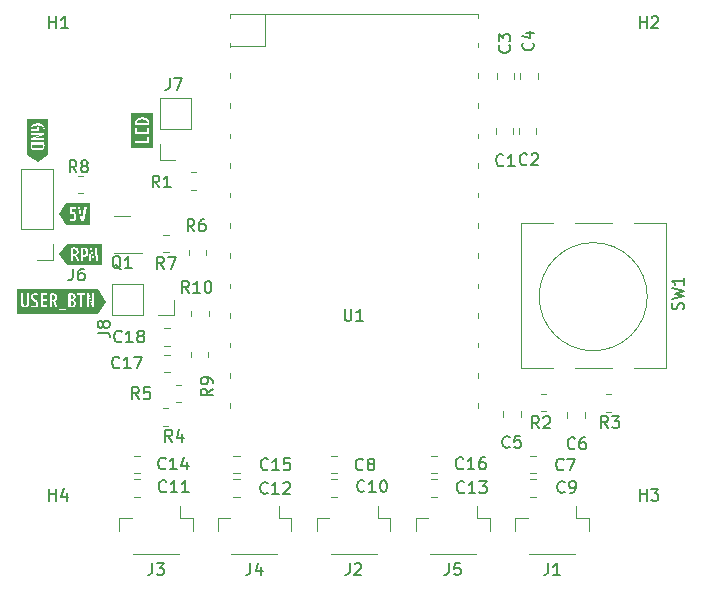
<source format=gbr>
%TF.GenerationSoftware,KiCad,Pcbnew,(6.0.9)*%
%TF.CreationDate,2022-11-23T22:08:25-07:00*%
%TF.ProjectId,AQM,41514d2e-6b69-4636-9164-5f7063625858,rev?*%
%TF.SameCoordinates,Original*%
%TF.FileFunction,Legend,Top*%
%TF.FilePolarity,Positive*%
%FSLAX46Y46*%
G04 Gerber Fmt 4.6, Leading zero omitted, Abs format (unit mm)*
G04 Created by KiCad (PCBNEW (6.0.9)) date 2022-11-23 22:08:25*
%MOMM*%
%LPD*%
G01*
G04 APERTURE LIST*
%ADD10C,0.150000*%
%ADD11C,0.120000*%
G04 APERTURE END LIST*
D10*
%TO.C,C17*%
X123832142Y-117582142D02*
X123784523Y-117629761D01*
X123641666Y-117677380D01*
X123546428Y-117677380D01*
X123403571Y-117629761D01*
X123308333Y-117534523D01*
X123260714Y-117439285D01*
X123213095Y-117248809D01*
X123213095Y-117105952D01*
X123260714Y-116915476D01*
X123308333Y-116820238D01*
X123403571Y-116725000D01*
X123546428Y-116677380D01*
X123641666Y-116677380D01*
X123784523Y-116725000D01*
X123832142Y-116772619D01*
X124784523Y-117677380D02*
X124213095Y-117677380D01*
X124498809Y-117677380D02*
X124498809Y-116677380D01*
X124403571Y-116820238D01*
X124308333Y-116915476D01*
X124213095Y-116963095D01*
X125117857Y-116677380D02*
X125784523Y-116677380D01*
X125355952Y-117677380D01*
%TO.C,C7*%
X161446933Y-126219742D02*
X161399314Y-126267361D01*
X161256457Y-126314980D01*
X161161219Y-126314980D01*
X161018361Y-126267361D01*
X160923123Y-126172123D01*
X160875504Y-126076885D01*
X160827885Y-125886409D01*
X160827885Y-125743552D01*
X160875504Y-125553076D01*
X160923123Y-125457838D01*
X161018361Y-125362600D01*
X161161219Y-125314980D01*
X161256457Y-125314980D01*
X161399314Y-125362600D01*
X161446933Y-125410219D01*
X161780266Y-125314980D02*
X162446933Y-125314980D01*
X162018361Y-126314980D01*
%TO.C,H3*%
X167913095Y-128877380D02*
X167913095Y-127877380D01*
X167913095Y-128353571D02*
X168484523Y-128353571D01*
X168484523Y-128877380D02*
X168484523Y-127877380D01*
X168865476Y-127877380D02*
X169484523Y-127877380D01*
X169151190Y-128258333D01*
X169294047Y-128258333D01*
X169389285Y-128305952D01*
X169436904Y-128353571D01*
X169484523Y-128448809D01*
X169484523Y-128686904D01*
X169436904Y-128782142D01*
X169389285Y-128829761D01*
X169294047Y-128877380D01*
X169008333Y-128877380D01*
X168913095Y-128829761D01*
X168865476Y-128782142D01*
%TO.C,C1*%
X156358333Y-100457142D02*
X156310714Y-100504761D01*
X156167857Y-100552380D01*
X156072619Y-100552380D01*
X155929761Y-100504761D01*
X155834523Y-100409523D01*
X155786904Y-100314285D01*
X155739285Y-100123809D01*
X155739285Y-99980952D01*
X155786904Y-99790476D01*
X155834523Y-99695238D01*
X155929761Y-99600000D01*
X156072619Y-99552380D01*
X156167857Y-99552380D01*
X156310714Y-99600000D01*
X156358333Y-99647619D01*
X157310714Y-100552380D02*
X156739285Y-100552380D01*
X157025000Y-100552380D02*
X157025000Y-99552380D01*
X156929761Y-99695238D01*
X156834523Y-99790476D01*
X156739285Y-99838095D01*
%TO.C,J1*%
X160141666Y-134177380D02*
X160141666Y-134891666D01*
X160094047Y-135034523D01*
X159998809Y-135129761D01*
X159855952Y-135177380D01*
X159760714Y-135177380D01*
X161141666Y-135177380D02*
X160570238Y-135177380D01*
X160855952Y-135177380D02*
X160855952Y-134177380D01*
X160760714Y-134320238D01*
X160665476Y-134415476D01*
X160570238Y-134463095D01*
%TO.C,J5*%
X151741666Y-134177380D02*
X151741666Y-134891666D01*
X151694047Y-135034523D01*
X151598809Y-135129761D01*
X151455952Y-135177380D01*
X151360714Y-135177380D01*
X152694047Y-134177380D02*
X152217857Y-134177380D01*
X152170238Y-134653571D01*
X152217857Y-134605952D01*
X152313095Y-134558333D01*
X152551190Y-134558333D01*
X152646428Y-134605952D01*
X152694047Y-134653571D01*
X152741666Y-134748809D01*
X152741666Y-134986904D01*
X152694047Y-135082142D01*
X152646428Y-135129761D01*
X152551190Y-135177380D01*
X152313095Y-135177380D01*
X152217857Y-135129761D01*
X152170238Y-135082142D01*
%TO.C,C10*%
X144595342Y-128050942D02*
X144547723Y-128098561D01*
X144404866Y-128146180D01*
X144309628Y-128146180D01*
X144166771Y-128098561D01*
X144071533Y-128003323D01*
X144023914Y-127908085D01*
X143976295Y-127717609D01*
X143976295Y-127574752D01*
X144023914Y-127384276D01*
X144071533Y-127289038D01*
X144166771Y-127193800D01*
X144309628Y-127146180D01*
X144404866Y-127146180D01*
X144547723Y-127193800D01*
X144595342Y-127241419D01*
X145547723Y-128146180D02*
X144976295Y-128146180D01*
X145262009Y-128146180D02*
X145262009Y-127146180D01*
X145166771Y-127289038D01*
X145071533Y-127384276D01*
X144976295Y-127431895D01*
X146166771Y-127146180D02*
X146262009Y-127146180D01*
X146357247Y-127193800D01*
X146404866Y-127241419D01*
X146452485Y-127336657D01*
X146500104Y-127527133D01*
X146500104Y-127765228D01*
X146452485Y-127955704D01*
X146404866Y-128050942D01*
X146357247Y-128098561D01*
X146262009Y-128146180D01*
X146166771Y-128146180D01*
X146071533Y-128098561D01*
X146023914Y-128050942D01*
X145976295Y-127955704D01*
X145928676Y-127765228D01*
X145928676Y-127527133D01*
X145976295Y-127336657D01*
X146023914Y-127241419D01*
X146071533Y-127193800D01*
X146166771Y-127146180D01*
%TO.C,R4*%
X128308733Y-123877380D02*
X127975400Y-123401190D01*
X127737304Y-123877380D02*
X127737304Y-122877380D01*
X128118257Y-122877380D01*
X128213495Y-122925000D01*
X128261114Y-122972619D01*
X128308733Y-123067857D01*
X128308733Y-123210714D01*
X128261114Y-123305952D01*
X128213495Y-123353571D01*
X128118257Y-123401190D01*
X127737304Y-123401190D01*
X129165876Y-123210714D02*
X129165876Y-123877380D01*
X128927780Y-122829761D02*
X128689685Y-123544047D01*
X129308733Y-123544047D01*
%TO.C,H4*%
X117913095Y-128877380D02*
X117913095Y-127877380D01*
X117913095Y-128353571D02*
X118484523Y-128353571D01*
X118484523Y-128877380D02*
X118484523Y-127877380D01*
X119389285Y-128210714D02*
X119389285Y-128877380D01*
X119151190Y-127829761D02*
X118913095Y-128544047D01*
X119532142Y-128544047D01*
%TO.C,J2*%
X143341666Y-134177380D02*
X143341666Y-134891666D01*
X143294047Y-135034523D01*
X143198809Y-135129761D01*
X143055952Y-135177380D01*
X142960714Y-135177380D01*
X143770238Y-134272619D02*
X143817857Y-134225000D01*
X143913095Y-134177380D01*
X144151190Y-134177380D01*
X144246428Y-134225000D01*
X144294047Y-134272619D01*
X144341666Y-134367857D01*
X144341666Y-134463095D01*
X144294047Y-134605952D01*
X143722619Y-135177380D01*
X144341666Y-135177380D01*
%TO.C,C6*%
X162408333Y-124432142D02*
X162360714Y-124479761D01*
X162217857Y-124527380D01*
X162122619Y-124527380D01*
X161979761Y-124479761D01*
X161884523Y-124384523D01*
X161836904Y-124289285D01*
X161789285Y-124098809D01*
X161789285Y-123955952D01*
X161836904Y-123765476D01*
X161884523Y-123670238D01*
X161979761Y-123575000D01*
X162122619Y-123527380D01*
X162217857Y-123527380D01*
X162360714Y-123575000D01*
X162408333Y-123622619D01*
X163265476Y-123527380D02*
X163075000Y-123527380D01*
X162979761Y-123575000D01*
X162932142Y-123622619D01*
X162836904Y-123765476D01*
X162789285Y-123955952D01*
X162789285Y-124336904D01*
X162836904Y-124432142D01*
X162884523Y-124479761D01*
X162979761Y-124527380D01*
X163170238Y-124527380D01*
X163265476Y-124479761D01*
X163313095Y-124432142D01*
X163360714Y-124336904D01*
X163360714Y-124098809D01*
X163313095Y-124003571D01*
X163265476Y-123955952D01*
X163170238Y-123908333D01*
X162979761Y-123908333D01*
X162884523Y-123955952D01*
X162836904Y-124003571D01*
X162789285Y-124098809D01*
%TO.C,C11*%
X127807942Y-128075942D02*
X127760323Y-128123561D01*
X127617466Y-128171180D01*
X127522228Y-128171180D01*
X127379371Y-128123561D01*
X127284133Y-128028323D01*
X127236514Y-127933085D01*
X127188895Y-127742609D01*
X127188895Y-127599752D01*
X127236514Y-127409276D01*
X127284133Y-127314038D01*
X127379371Y-127218800D01*
X127522228Y-127171180D01*
X127617466Y-127171180D01*
X127760323Y-127218800D01*
X127807942Y-127266419D01*
X128760323Y-128171180D02*
X128188895Y-128171180D01*
X128474609Y-128171180D02*
X128474609Y-127171180D01*
X128379371Y-127314038D01*
X128284133Y-127409276D01*
X128188895Y-127456895D01*
X129712704Y-128171180D02*
X129141276Y-128171180D01*
X129426990Y-128171180D02*
X129426990Y-127171180D01*
X129331752Y-127314038D01*
X129236514Y-127409276D01*
X129141276Y-127456895D01*
%TO.C,C18*%
X124032142Y-115382142D02*
X123984523Y-115429761D01*
X123841666Y-115477380D01*
X123746428Y-115477380D01*
X123603571Y-115429761D01*
X123508333Y-115334523D01*
X123460714Y-115239285D01*
X123413095Y-115048809D01*
X123413095Y-114905952D01*
X123460714Y-114715476D01*
X123508333Y-114620238D01*
X123603571Y-114525000D01*
X123746428Y-114477380D01*
X123841666Y-114477380D01*
X123984523Y-114525000D01*
X124032142Y-114572619D01*
X124984523Y-115477380D02*
X124413095Y-115477380D01*
X124698809Y-115477380D02*
X124698809Y-114477380D01*
X124603571Y-114620238D01*
X124508333Y-114715476D01*
X124413095Y-114763095D01*
X125555952Y-114905952D02*
X125460714Y-114858333D01*
X125413095Y-114810714D01*
X125365476Y-114715476D01*
X125365476Y-114667857D01*
X125413095Y-114572619D01*
X125460714Y-114525000D01*
X125555952Y-114477380D01*
X125746428Y-114477380D01*
X125841666Y-114525000D01*
X125889285Y-114572619D01*
X125936904Y-114667857D01*
X125936904Y-114715476D01*
X125889285Y-114810714D01*
X125841666Y-114858333D01*
X125746428Y-114905952D01*
X125555952Y-114905952D01*
X125460714Y-114953571D01*
X125413095Y-115001190D01*
X125365476Y-115096428D01*
X125365476Y-115286904D01*
X125413095Y-115382142D01*
X125460714Y-115429761D01*
X125555952Y-115477380D01*
X125746428Y-115477380D01*
X125841666Y-115429761D01*
X125889285Y-115382142D01*
X125936904Y-115286904D01*
X125936904Y-115096428D01*
X125889285Y-115001190D01*
X125841666Y-114953571D01*
X125746428Y-114905952D01*
%TO.C,J3*%
X126616666Y-134177380D02*
X126616666Y-134891666D01*
X126569047Y-135034523D01*
X126473809Y-135129761D01*
X126330952Y-135177380D01*
X126235714Y-135177380D01*
X126997619Y-134177380D02*
X127616666Y-134177380D01*
X127283333Y-134558333D01*
X127426190Y-134558333D01*
X127521428Y-134605952D01*
X127569047Y-134653571D01*
X127616666Y-134748809D01*
X127616666Y-134986904D01*
X127569047Y-135082142D01*
X127521428Y-135129761D01*
X127426190Y-135177380D01*
X127140476Y-135177380D01*
X127045238Y-135129761D01*
X126997619Y-135082142D01*
%TO.C,U1*%
X142913095Y-112661780D02*
X142913095Y-113471304D01*
X142960714Y-113566542D01*
X143008333Y-113614161D01*
X143103571Y-113661780D01*
X143294047Y-113661780D01*
X143389285Y-113614161D01*
X143436904Y-113566542D01*
X143484523Y-113471304D01*
X143484523Y-112661780D01*
X144484523Y-113661780D02*
X143913095Y-113661780D01*
X144198809Y-113661780D02*
X144198809Y-112661780D01*
X144103571Y-112804638D01*
X144008333Y-112899876D01*
X143913095Y-112947495D01*
%TO.C,R6*%
X130188333Y-106067380D02*
X129855000Y-105591190D01*
X129616904Y-106067380D02*
X129616904Y-105067380D01*
X129997857Y-105067380D01*
X130093095Y-105115000D01*
X130140714Y-105162619D01*
X130188333Y-105257857D01*
X130188333Y-105400714D01*
X130140714Y-105495952D01*
X130093095Y-105543571D01*
X129997857Y-105591190D01*
X129616904Y-105591190D01*
X131045476Y-105067380D02*
X130855000Y-105067380D01*
X130759761Y-105115000D01*
X130712142Y-105162619D01*
X130616904Y-105305476D01*
X130569285Y-105495952D01*
X130569285Y-105876904D01*
X130616904Y-105972142D01*
X130664523Y-106019761D01*
X130759761Y-106067380D01*
X130950238Y-106067380D01*
X131045476Y-106019761D01*
X131093095Y-105972142D01*
X131140714Y-105876904D01*
X131140714Y-105638809D01*
X131093095Y-105543571D01*
X131045476Y-105495952D01*
X130950238Y-105448333D01*
X130759761Y-105448333D01*
X130664523Y-105495952D01*
X130616904Y-105543571D01*
X130569285Y-105638809D01*
%TO.C,R2*%
X159358333Y-122752380D02*
X159025000Y-122276190D01*
X158786904Y-122752380D02*
X158786904Y-121752380D01*
X159167857Y-121752380D01*
X159263095Y-121800000D01*
X159310714Y-121847619D01*
X159358333Y-121942857D01*
X159358333Y-122085714D01*
X159310714Y-122180952D01*
X159263095Y-122228571D01*
X159167857Y-122276190D01*
X158786904Y-122276190D01*
X159739285Y-121847619D02*
X159786904Y-121800000D01*
X159882142Y-121752380D01*
X160120238Y-121752380D01*
X160215476Y-121800000D01*
X160263095Y-121847619D01*
X160310714Y-121942857D01*
X160310714Y-122038095D01*
X160263095Y-122180952D01*
X159691666Y-122752380D01*
X160310714Y-122752380D01*
%TO.C,C14*%
X127757942Y-126144742D02*
X127710323Y-126192361D01*
X127567466Y-126239980D01*
X127472228Y-126239980D01*
X127329371Y-126192361D01*
X127234133Y-126097123D01*
X127186514Y-126001885D01*
X127138895Y-125811409D01*
X127138895Y-125668552D01*
X127186514Y-125478076D01*
X127234133Y-125382838D01*
X127329371Y-125287600D01*
X127472228Y-125239980D01*
X127567466Y-125239980D01*
X127710323Y-125287600D01*
X127757942Y-125335219D01*
X128710323Y-126239980D02*
X128138895Y-126239980D01*
X128424609Y-126239980D02*
X128424609Y-125239980D01*
X128329371Y-125382838D01*
X128234133Y-125478076D01*
X128138895Y-125525695D01*
X129567466Y-125573314D02*
X129567466Y-126239980D01*
X129329371Y-125192361D02*
X129091276Y-125906647D01*
X129710323Y-125906647D01*
%TO.C,C2*%
X158358333Y-100382142D02*
X158310714Y-100429761D01*
X158167857Y-100477380D01*
X158072619Y-100477380D01*
X157929761Y-100429761D01*
X157834523Y-100334523D01*
X157786904Y-100239285D01*
X157739285Y-100048809D01*
X157739285Y-99905952D01*
X157786904Y-99715476D01*
X157834523Y-99620238D01*
X157929761Y-99525000D01*
X158072619Y-99477380D01*
X158167857Y-99477380D01*
X158310714Y-99525000D01*
X158358333Y-99572619D01*
X158739285Y-99572619D02*
X158786904Y-99525000D01*
X158882142Y-99477380D01*
X159120238Y-99477380D01*
X159215476Y-99525000D01*
X159263095Y-99572619D01*
X159310714Y-99667857D01*
X159310714Y-99763095D01*
X159263095Y-99905952D01*
X158691666Y-100477380D01*
X159310714Y-100477380D01*
%TO.C,J7*%
X128116666Y-93108580D02*
X128116666Y-93822866D01*
X128069047Y-93965723D01*
X127973809Y-94060961D01*
X127830952Y-94108580D01*
X127735714Y-94108580D01*
X128497619Y-93108580D02*
X129164285Y-93108580D01*
X128735714Y-94108580D01*
%TO.C,H1*%
X117913095Y-88877380D02*
X117913095Y-87877380D01*
X117913095Y-88353571D02*
X118484523Y-88353571D01*
X118484523Y-88877380D02*
X118484523Y-87877380D01*
X119484523Y-88877380D02*
X118913095Y-88877380D01*
X119198809Y-88877380D02*
X119198809Y-87877380D01*
X119103571Y-88020238D01*
X119008333Y-88115476D01*
X118913095Y-88163095D01*
%TO.C,C12*%
X136390742Y-128200942D02*
X136343123Y-128248561D01*
X136200266Y-128296180D01*
X136105028Y-128296180D01*
X135962171Y-128248561D01*
X135866933Y-128153323D01*
X135819314Y-128058085D01*
X135771695Y-127867609D01*
X135771695Y-127724752D01*
X135819314Y-127534276D01*
X135866933Y-127439038D01*
X135962171Y-127343800D01*
X136105028Y-127296180D01*
X136200266Y-127296180D01*
X136343123Y-127343800D01*
X136390742Y-127391419D01*
X137343123Y-128296180D02*
X136771695Y-128296180D01*
X137057409Y-128296180D02*
X137057409Y-127296180D01*
X136962171Y-127439038D01*
X136866933Y-127534276D01*
X136771695Y-127581895D01*
X137724076Y-127391419D02*
X137771695Y-127343800D01*
X137866933Y-127296180D01*
X138105028Y-127296180D01*
X138200266Y-127343800D01*
X138247885Y-127391419D01*
X138295504Y-127486657D01*
X138295504Y-127581895D01*
X138247885Y-127724752D01*
X137676457Y-128296180D01*
X138295504Y-128296180D01*
%TO.C,J4*%
X134941666Y-134177380D02*
X134941666Y-134891666D01*
X134894047Y-135034523D01*
X134798809Y-135129761D01*
X134655952Y-135177380D01*
X134560714Y-135177380D01*
X135846428Y-134510714D02*
X135846428Y-135177380D01*
X135608333Y-134129761D02*
X135370238Y-134844047D01*
X135989285Y-134844047D01*
%TO.C,R10*%
X129732142Y-111277380D02*
X129398809Y-110801190D01*
X129160714Y-111277380D02*
X129160714Y-110277380D01*
X129541666Y-110277380D01*
X129636904Y-110325000D01*
X129684523Y-110372619D01*
X129732142Y-110467857D01*
X129732142Y-110610714D01*
X129684523Y-110705952D01*
X129636904Y-110753571D01*
X129541666Y-110801190D01*
X129160714Y-110801190D01*
X130684523Y-111277380D02*
X130113095Y-111277380D01*
X130398809Y-111277380D02*
X130398809Y-110277380D01*
X130303571Y-110420238D01*
X130208333Y-110515476D01*
X130113095Y-110563095D01*
X131303571Y-110277380D02*
X131398809Y-110277380D01*
X131494047Y-110325000D01*
X131541666Y-110372619D01*
X131589285Y-110467857D01*
X131636904Y-110658333D01*
X131636904Y-110896428D01*
X131589285Y-111086904D01*
X131541666Y-111182142D01*
X131494047Y-111229761D01*
X131398809Y-111277380D01*
X131303571Y-111277380D01*
X131208333Y-111229761D01*
X131160714Y-111182142D01*
X131113095Y-111086904D01*
X131065476Y-110896428D01*
X131065476Y-110658333D01*
X131113095Y-110467857D01*
X131160714Y-110372619D01*
X131208333Y-110325000D01*
X131303571Y-110277380D01*
%TO.C,C5*%
X156883333Y-124307142D02*
X156835714Y-124354761D01*
X156692857Y-124402380D01*
X156597619Y-124402380D01*
X156454761Y-124354761D01*
X156359523Y-124259523D01*
X156311904Y-124164285D01*
X156264285Y-123973809D01*
X156264285Y-123830952D01*
X156311904Y-123640476D01*
X156359523Y-123545238D01*
X156454761Y-123450000D01*
X156597619Y-123402380D01*
X156692857Y-123402380D01*
X156835714Y-123450000D01*
X156883333Y-123497619D01*
X157788095Y-123402380D02*
X157311904Y-123402380D01*
X157264285Y-123878571D01*
X157311904Y-123830952D01*
X157407142Y-123783333D01*
X157645238Y-123783333D01*
X157740476Y-123830952D01*
X157788095Y-123878571D01*
X157835714Y-123973809D01*
X157835714Y-124211904D01*
X157788095Y-124307142D01*
X157740476Y-124354761D01*
X157645238Y-124402380D01*
X157407142Y-124402380D01*
X157311904Y-124354761D01*
X157264285Y-124307142D01*
%TO.C,H2*%
X167913095Y-88877380D02*
X167913095Y-87877380D01*
X167913095Y-88353571D02*
X168484523Y-88353571D01*
X168484523Y-88877380D02*
X168484523Y-87877380D01*
X168913095Y-87972619D02*
X168960714Y-87925000D01*
X169055952Y-87877380D01*
X169294047Y-87877380D01*
X169389285Y-87925000D01*
X169436904Y-87972619D01*
X169484523Y-88067857D01*
X169484523Y-88163095D01*
X169436904Y-88305952D01*
X168865476Y-88877380D01*
X169484523Y-88877380D01*
%TO.C,R9*%
X131727380Y-119391666D02*
X131251190Y-119725000D01*
X131727380Y-119963095D02*
X130727380Y-119963095D01*
X130727380Y-119582142D01*
X130775000Y-119486904D01*
X130822619Y-119439285D01*
X130917857Y-119391666D01*
X131060714Y-119391666D01*
X131155952Y-119439285D01*
X131203571Y-119486904D01*
X131251190Y-119582142D01*
X131251190Y-119963095D01*
X131727380Y-118915476D02*
X131727380Y-118725000D01*
X131679761Y-118629761D01*
X131632142Y-118582142D01*
X131489285Y-118486904D01*
X131298809Y-118439285D01*
X130917857Y-118439285D01*
X130822619Y-118486904D01*
X130775000Y-118534523D01*
X130727380Y-118629761D01*
X130727380Y-118820238D01*
X130775000Y-118915476D01*
X130822619Y-118963095D01*
X130917857Y-119010714D01*
X131155952Y-119010714D01*
X131251190Y-118963095D01*
X131298809Y-118915476D01*
X131346428Y-118820238D01*
X131346428Y-118629761D01*
X131298809Y-118534523D01*
X131251190Y-118486904D01*
X131155952Y-118439285D01*
%TO.C,C8*%
X144471533Y-126219742D02*
X144423914Y-126267361D01*
X144281057Y-126314980D01*
X144185819Y-126314980D01*
X144042961Y-126267361D01*
X143947723Y-126172123D01*
X143900104Y-126076885D01*
X143852485Y-125886409D01*
X143852485Y-125743552D01*
X143900104Y-125553076D01*
X143947723Y-125457838D01*
X144042961Y-125362600D01*
X144185819Y-125314980D01*
X144281057Y-125314980D01*
X144423914Y-125362600D01*
X144471533Y-125410219D01*
X145042961Y-125743552D02*
X144947723Y-125695933D01*
X144900104Y-125648314D01*
X144852485Y-125553076D01*
X144852485Y-125505457D01*
X144900104Y-125410219D01*
X144947723Y-125362600D01*
X145042961Y-125314980D01*
X145233438Y-125314980D01*
X145328676Y-125362600D01*
X145376295Y-125410219D01*
X145423914Y-125505457D01*
X145423914Y-125553076D01*
X145376295Y-125648314D01*
X145328676Y-125695933D01*
X145233438Y-125743552D01*
X145042961Y-125743552D01*
X144947723Y-125791171D01*
X144900104Y-125838790D01*
X144852485Y-125934028D01*
X144852485Y-126124504D01*
X144900104Y-126219742D01*
X144947723Y-126267361D01*
X145042961Y-126314980D01*
X145233438Y-126314980D01*
X145328676Y-126267361D01*
X145376295Y-126219742D01*
X145423914Y-126124504D01*
X145423914Y-125934028D01*
X145376295Y-125838790D01*
X145328676Y-125791171D01*
X145233438Y-125743552D01*
%TO.C,C9*%
X161537133Y-128125942D02*
X161489514Y-128173561D01*
X161346657Y-128221180D01*
X161251419Y-128221180D01*
X161108561Y-128173561D01*
X161013323Y-128078323D01*
X160965704Y-127983085D01*
X160918085Y-127792609D01*
X160918085Y-127649752D01*
X160965704Y-127459276D01*
X161013323Y-127364038D01*
X161108561Y-127268800D01*
X161251419Y-127221180D01*
X161346657Y-127221180D01*
X161489514Y-127268800D01*
X161537133Y-127316419D01*
X162013323Y-128221180D02*
X162203800Y-128221180D01*
X162299038Y-128173561D01*
X162346657Y-128125942D01*
X162441895Y-127983085D01*
X162489514Y-127792609D01*
X162489514Y-127411657D01*
X162441895Y-127316419D01*
X162394276Y-127268800D01*
X162299038Y-127221180D01*
X162108561Y-127221180D01*
X162013323Y-127268800D01*
X161965704Y-127316419D01*
X161918085Y-127411657D01*
X161918085Y-127649752D01*
X161965704Y-127744990D01*
X162013323Y-127792609D01*
X162108561Y-127840228D01*
X162299038Y-127840228D01*
X162394276Y-127792609D01*
X162441895Y-127744990D01*
X162489514Y-127649752D01*
%TO.C,R7*%
X127608333Y-109227380D02*
X127275000Y-108751190D01*
X127036904Y-109227380D02*
X127036904Y-108227380D01*
X127417857Y-108227380D01*
X127513095Y-108275000D01*
X127560714Y-108322619D01*
X127608333Y-108417857D01*
X127608333Y-108560714D01*
X127560714Y-108655952D01*
X127513095Y-108703571D01*
X127417857Y-108751190D01*
X127036904Y-108751190D01*
X127941666Y-108227380D02*
X128608333Y-108227380D01*
X128179761Y-109227380D01*
%TO.C,J8*%
X122027380Y-114658333D02*
X122741666Y-114658333D01*
X122884523Y-114705952D01*
X122979761Y-114801190D01*
X123027380Y-114944047D01*
X123027380Y-115039285D01*
X122455952Y-114039285D02*
X122408333Y-114134523D01*
X122360714Y-114182142D01*
X122265476Y-114229761D01*
X122217857Y-114229761D01*
X122122619Y-114182142D01*
X122075000Y-114134523D01*
X122027380Y-114039285D01*
X122027380Y-113848809D01*
X122075000Y-113753571D01*
X122122619Y-113705952D01*
X122217857Y-113658333D01*
X122265476Y-113658333D01*
X122360714Y-113705952D01*
X122408333Y-113753571D01*
X122455952Y-113848809D01*
X122455952Y-114039285D01*
X122503571Y-114134523D01*
X122551190Y-114182142D01*
X122646428Y-114229761D01*
X122836904Y-114229761D01*
X122932142Y-114182142D01*
X122979761Y-114134523D01*
X123027380Y-114039285D01*
X123027380Y-113848809D01*
X122979761Y-113753571D01*
X122932142Y-113705952D01*
X122836904Y-113658333D01*
X122646428Y-113658333D01*
X122551190Y-113705952D01*
X122503571Y-113753571D01*
X122455952Y-113848809D01*
%TO.C,J6*%
X119901666Y-109237380D02*
X119901666Y-109951666D01*
X119854047Y-110094523D01*
X119758809Y-110189761D01*
X119615952Y-110237380D01*
X119520714Y-110237380D01*
X120806428Y-109237380D02*
X120615952Y-109237380D01*
X120520714Y-109285000D01*
X120473095Y-109332619D01*
X120377857Y-109475476D01*
X120330238Y-109665952D01*
X120330238Y-110046904D01*
X120377857Y-110142142D01*
X120425476Y-110189761D01*
X120520714Y-110237380D01*
X120711190Y-110237380D01*
X120806428Y-110189761D01*
X120854047Y-110142142D01*
X120901666Y-110046904D01*
X120901666Y-109808809D01*
X120854047Y-109713571D01*
X120806428Y-109665952D01*
X120711190Y-109618333D01*
X120520714Y-109618333D01*
X120425476Y-109665952D01*
X120377857Y-109713571D01*
X120330238Y-109808809D01*
%TO.C,SW1*%
X171564761Y-112673333D02*
X171612380Y-112530476D01*
X171612380Y-112292380D01*
X171564761Y-112197142D01*
X171517142Y-112149523D01*
X171421904Y-112101904D01*
X171326666Y-112101904D01*
X171231428Y-112149523D01*
X171183809Y-112197142D01*
X171136190Y-112292380D01*
X171088571Y-112482857D01*
X171040952Y-112578095D01*
X170993333Y-112625714D01*
X170898095Y-112673333D01*
X170802857Y-112673333D01*
X170707619Y-112625714D01*
X170660000Y-112578095D01*
X170612380Y-112482857D01*
X170612380Y-112244761D01*
X170660000Y-112101904D01*
X170612380Y-111768571D02*
X171612380Y-111530476D01*
X170898095Y-111340000D01*
X171612380Y-111149523D01*
X170612380Y-110911428D01*
X171612380Y-110006666D02*
X171612380Y-110578095D01*
X171612380Y-110292380D02*
X170612380Y-110292380D01*
X170755238Y-110387619D01*
X170850476Y-110482857D01*
X170898095Y-110578095D01*
%TO.C,C13*%
X153028942Y-128150942D02*
X152981323Y-128198561D01*
X152838466Y-128246180D01*
X152743228Y-128246180D01*
X152600371Y-128198561D01*
X152505133Y-128103323D01*
X152457514Y-128008085D01*
X152409895Y-127817609D01*
X152409895Y-127674752D01*
X152457514Y-127484276D01*
X152505133Y-127389038D01*
X152600371Y-127293800D01*
X152743228Y-127246180D01*
X152838466Y-127246180D01*
X152981323Y-127293800D01*
X153028942Y-127341419D01*
X153981323Y-128246180D02*
X153409895Y-128246180D01*
X153695609Y-128246180D02*
X153695609Y-127246180D01*
X153600371Y-127389038D01*
X153505133Y-127484276D01*
X153409895Y-127531895D01*
X154314657Y-127246180D02*
X154933704Y-127246180D01*
X154600371Y-127627133D01*
X154743228Y-127627133D01*
X154838466Y-127674752D01*
X154886085Y-127722371D01*
X154933704Y-127817609D01*
X154933704Y-128055704D01*
X154886085Y-128150942D01*
X154838466Y-128198561D01*
X154743228Y-128246180D01*
X154457514Y-128246180D01*
X154362276Y-128198561D01*
X154314657Y-128150942D01*
%TO.C,R8*%
X120208333Y-101077380D02*
X119875000Y-100601190D01*
X119636904Y-101077380D02*
X119636904Y-100077380D01*
X120017857Y-100077380D01*
X120113095Y-100125000D01*
X120160714Y-100172619D01*
X120208333Y-100267857D01*
X120208333Y-100410714D01*
X120160714Y-100505952D01*
X120113095Y-100553571D01*
X120017857Y-100601190D01*
X119636904Y-100601190D01*
X120779761Y-100505952D02*
X120684523Y-100458333D01*
X120636904Y-100410714D01*
X120589285Y-100315476D01*
X120589285Y-100267857D01*
X120636904Y-100172619D01*
X120684523Y-100125000D01*
X120779761Y-100077380D01*
X120970238Y-100077380D01*
X121065476Y-100125000D01*
X121113095Y-100172619D01*
X121160714Y-100267857D01*
X121160714Y-100315476D01*
X121113095Y-100410714D01*
X121065476Y-100458333D01*
X120970238Y-100505952D01*
X120779761Y-100505952D01*
X120684523Y-100553571D01*
X120636904Y-100601190D01*
X120589285Y-100696428D01*
X120589285Y-100886904D01*
X120636904Y-100982142D01*
X120684523Y-101029761D01*
X120779761Y-101077380D01*
X120970238Y-101077380D01*
X121065476Y-101029761D01*
X121113095Y-100982142D01*
X121160714Y-100886904D01*
X121160714Y-100696428D01*
X121113095Y-100601190D01*
X121065476Y-100553571D01*
X120970238Y-100505952D01*
%TO.C,C15*%
X136415742Y-126194742D02*
X136368123Y-126242361D01*
X136225266Y-126289980D01*
X136130028Y-126289980D01*
X135987171Y-126242361D01*
X135891933Y-126147123D01*
X135844314Y-126051885D01*
X135796695Y-125861409D01*
X135796695Y-125718552D01*
X135844314Y-125528076D01*
X135891933Y-125432838D01*
X135987171Y-125337600D01*
X136130028Y-125289980D01*
X136225266Y-125289980D01*
X136368123Y-125337600D01*
X136415742Y-125385219D01*
X137368123Y-126289980D02*
X136796695Y-126289980D01*
X137082409Y-126289980D02*
X137082409Y-125289980D01*
X136987171Y-125432838D01*
X136891933Y-125528076D01*
X136796695Y-125575695D01*
X138272885Y-125289980D02*
X137796695Y-125289980D01*
X137749076Y-125766171D01*
X137796695Y-125718552D01*
X137891933Y-125670933D01*
X138130028Y-125670933D01*
X138225266Y-125718552D01*
X138272885Y-125766171D01*
X138320504Y-125861409D01*
X138320504Y-126099504D01*
X138272885Y-126194742D01*
X138225266Y-126242361D01*
X138130028Y-126289980D01*
X137891933Y-126289980D01*
X137796695Y-126242361D01*
X137749076Y-126194742D01*
%TO.C,Q1*%
X123979761Y-109272619D02*
X123884523Y-109225000D01*
X123789285Y-109129761D01*
X123646428Y-108986904D01*
X123551190Y-108939285D01*
X123455952Y-108939285D01*
X123503571Y-109177380D02*
X123408333Y-109129761D01*
X123313095Y-109034523D01*
X123265476Y-108844047D01*
X123265476Y-108510714D01*
X123313095Y-108320238D01*
X123408333Y-108225000D01*
X123503571Y-108177380D01*
X123694047Y-108177380D01*
X123789285Y-108225000D01*
X123884523Y-108320238D01*
X123932142Y-108510714D01*
X123932142Y-108844047D01*
X123884523Y-109034523D01*
X123789285Y-109129761D01*
X123694047Y-109177380D01*
X123503571Y-109177380D01*
X124884523Y-109177380D02*
X124313095Y-109177380D01*
X124598809Y-109177380D02*
X124598809Y-108177380D01*
X124503571Y-108320238D01*
X124408333Y-108415476D01*
X124313095Y-108463095D01*
%TO.C,R5*%
X125508333Y-120277380D02*
X125175000Y-119801190D01*
X124936904Y-120277380D02*
X124936904Y-119277380D01*
X125317857Y-119277380D01*
X125413095Y-119325000D01*
X125460714Y-119372619D01*
X125508333Y-119467857D01*
X125508333Y-119610714D01*
X125460714Y-119705952D01*
X125413095Y-119753571D01*
X125317857Y-119801190D01*
X124936904Y-119801190D01*
X126413095Y-119277380D02*
X125936904Y-119277380D01*
X125889285Y-119753571D01*
X125936904Y-119705952D01*
X126032142Y-119658333D01*
X126270238Y-119658333D01*
X126365476Y-119705952D01*
X126413095Y-119753571D01*
X126460714Y-119848809D01*
X126460714Y-120086904D01*
X126413095Y-120182142D01*
X126365476Y-120229761D01*
X126270238Y-120277380D01*
X126032142Y-120277380D01*
X125936904Y-120229761D01*
X125889285Y-120182142D01*
%TO.C,R1*%
X127228333Y-102357380D02*
X126895000Y-101881190D01*
X126656904Y-102357380D02*
X126656904Y-101357380D01*
X127037857Y-101357380D01*
X127133095Y-101405000D01*
X127180714Y-101452619D01*
X127228333Y-101547857D01*
X127228333Y-101690714D01*
X127180714Y-101785952D01*
X127133095Y-101833571D01*
X127037857Y-101881190D01*
X126656904Y-101881190D01*
X128180714Y-102357380D02*
X127609285Y-102357380D01*
X127895000Y-102357380D02*
X127895000Y-101357380D01*
X127799761Y-101500238D01*
X127704523Y-101595476D01*
X127609285Y-101643095D01*
%TO.C,C16*%
X152953942Y-126125942D02*
X152906323Y-126173561D01*
X152763466Y-126221180D01*
X152668228Y-126221180D01*
X152525371Y-126173561D01*
X152430133Y-126078323D01*
X152382514Y-125983085D01*
X152334895Y-125792609D01*
X152334895Y-125649752D01*
X152382514Y-125459276D01*
X152430133Y-125364038D01*
X152525371Y-125268800D01*
X152668228Y-125221180D01*
X152763466Y-125221180D01*
X152906323Y-125268800D01*
X152953942Y-125316419D01*
X153906323Y-126221180D02*
X153334895Y-126221180D01*
X153620609Y-126221180D02*
X153620609Y-125221180D01*
X153525371Y-125364038D01*
X153430133Y-125459276D01*
X153334895Y-125506895D01*
X154763466Y-125221180D02*
X154572990Y-125221180D01*
X154477752Y-125268800D01*
X154430133Y-125316419D01*
X154334895Y-125459276D01*
X154287276Y-125649752D01*
X154287276Y-126030704D01*
X154334895Y-126125942D01*
X154382514Y-126173561D01*
X154477752Y-126221180D01*
X154668228Y-126221180D01*
X154763466Y-126173561D01*
X154811085Y-126125942D01*
X154858704Y-126030704D01*
X154858704Y-125792609D01*
X154811085Y-125697371D01*
X154763466Y-125649752D01*
X154668228Y-125602133D01*
X154477752Y-125602133D01*
X154382514Y-125649752D01*
X154334895Y-125697371D01*
X154287276Y-125792609D01*
%TO.C,C3*%
X156857142Y-90316666D02*
X156904761Y-90364285D01*
X156952380Y-90507142D01*
X156952380Y-90602380D01*
X156904761Y-90745238D01*
X156809523Y-90840476D01*
X156714285Y-90888095D01*
X156523809Y-90935714D01*
X156380952Y-90935714D01*
X156190476Y-90888095D01*
X156095238Y-90840476D01*
X156000000Y-90745238D01*
X155952380Y-90602380D01*
X155952380Y-90507142D01*
X156000000Y-90364285D01*
X156047619Y-90316666D01*
X155952380Y-89983333D02*
X155952380Y-89364285D01*
X156333333Y-89697619D01*
X156333333Y-89554761D01*
X156380952Y-89459523D01*
X156428571Y-89411904D01*
X156523809Y-89364285D01*
X156761904Y-89364285D01*
X156857142Y-89411904D01*
X156904761Y-89459523D01*
X156952380Y-89554761D01*
X156952380Y-89840476D01*
X156904761Y-89935714D01*
X156857142Y-89983333D01*
%TO.C,R3*%
X165208333Y-122727380D02*
X164875000Y-122251190D01*
X164636904Y-122727380D02*
X164636904Y-121727380D01*
X165017857Y-121727380D01*
X165113095Y-121775000D01*
X165160714Y-121822619D01*
X165208333Y-121917857D01*
X165208333Y-122060714D01*
X165160714Y-122155952D01*
X165113095Y-122203571D01*
X165017857Y-122251190D01*
X164636904Y-122251190D01*
X165541666Y-121727380D02*
X166160714Y-121727380D01*
X165827380Y-122108333D01*
X165970238Y-122108333D01*
X166065476Y-122155952D01*
X166113095Y-122203571D01*
X166160714Y-122298809D01*
X166160714Y-122536904D01*
X166113095Y-122632142D01*
X166065476Y-122679761D01*
X165970238Y-122727380D01*
X165684523Y-122727380D01*
X165589285Y-122679761D01*
X165541666Y-122632142D01*
%TO.C,C4*%
X158857142Y-90116666D02*
X158904761Y-90164285D01*
X158952380Y-90307142D01*
X158952380Y-90402380D01*
X158904761Y-90545238D01*
X158809523Y-90640476D01*
X158714285Y-90688095D01*
X158523809Y-90735714D01*
X158380952Y-90735714D01*
X158190476Y-90688095D01*
X158095238Y-90640476D01*
X158000000Y-90545238D01*
X157952380Y-90402380D01*
X157952380Y-90307142D01*
X158000000Y-90164285D01*
X158047619Y-90116666D01*
X158285714Y-89259523D02*
X158952380Y-89259523D01*
X157904761Y-89497619D02*
X158619047Y-89735714D01*
X158619047Y-89116666D01*
D11*
%TO.C,C17*%
X128152452Y-116517800D02*
X127629948Y-116517800D01*
X128152452Y-117987800D02*
X127629948Y-117987800D01*
%TO.C,C7*%
X159099852Y-126547600D02*
X158577348Y-126547600D01*
X159099852Y-125077600D02*
X158577348Y-125077600D01*
%TO.C,C1*%
X157160000Y-97836252D02*
X157160000Y-97313748D01*
X155690000Y-97836252D02*
X155690000Y-97313748D01*
%TO.C,J1*%
X163585000Y-130315000D02*
X162535000Y-130315000D01*
X162535000Y-130315000D02*
X162535000Y-129325000D01*
X162415000Y-133435000D02*
X158535000Y-133435000D01*
X157365000Y-130315000D02*
X158415000Y-130315000D01*
X163585000Y-131465000D02*
X163585000Y-130315000D01*
X157365000Y-131465000D02*
X157365000Y-130315000D01*
%TO.C,J5*%
X148965000Y-130315000D02*
X150015000Y-130315000D01*
X148965000Y-131465000D02*
X148965000Y-130315000D01*
X155185000Y-131465000D02*
X155185000Y-130315000D01*
X155185000Y-130315000D02*
X154135000Y-130315000D01*
X154015000Y-133435000D02*
X150135000Y-133435000D01*
X154135000Y-130315000D02*
X154135000Y-129325000D01*
%TO.C,C10*%
X142249452Y-127058800D02*
X141726948Y-127058800D01*
X142249452Y-128528800D02*
X141726948Y-128528800D01*
%TO.C,kibuzzard-637AF59B*%
G36*
X119870174Y-111946816D02*
G01*
X119937642Y-111986106D01*
X119976933Y-112053972D01*
X119990030Y-112152794D01*
X119977925Y-112250227D01*
X119941611Y-112317100D01*
X119880691Y-112355795D01*
X119794767Y-112368694D01*
X119705867Y-112355994D01*
X119705867Y-111933719D01*
X119772542Y-111933719D01*
X119870174Y-111946816D01*
G37*
G36*
X115209538Y-110983865D02*
G01*
X122046372Y-110983865D01*
X122740462Y-112025000D01*
X122046372Y-113066135D01*
X115209538Y-113066135D01*
X115209538Y-112735406D01*
X118707330Y-112735406D01*
X119358205Y-112735406D01*
X119358205Y-112621106D01*
X118707330Y-112621106D01*
X118707330Y-112735406D01*
X115209538Y-112735406D01*
X115209538Y-112187719D01*
X115540267Y-112187719D01*
X115548469Y-112291083D01*
X115573076Y-112372574D01*
X115614086Y-112432194D01*
X115673970Y-112472763D01*
X115755197Y-112497105D01*
X115857767Y-112505219D01*
X115960337Y-112497105D01*
X116041565Y-112472763D01*
X116101449Y-112432194D01*
X116142459Y-112372574D01*
X116167065Y-112291083D01*
X116175267Y-112187719D01*
X116175267Y-111616219D01*
X116349892Y-111616219D01*
X116366363Y-111728931D01*
X116415774Y-111822594D01*
X116470366Y-111877627D01*
X116546301Y-111930544D01*
X116643580Y-111981344D01*
X116711644Y-112022222D01*
X116757086Y-112068656D01*
X116782685Y-112125013D01*
X116791217Y-112195656D01*
X116780105Y-112269673D01*
X116746767Y-112323450D01*
X116693586Y-112356192D01*
X116622942Y-112367106D01*
X116529985Y-112355641D01*
X116441615Y-112321245D01*
X116357830Y-112263919D01*
X116357830Y-112429019D01*
X116439322Y-112471352D01*
X116529280Y-112496752D01*
X116627705Y-112505219D01*
X116750577Y-112492519D01*
X116758541Y-112489344D01*
X117170630Y-112489344D01*
X117726255Y-112489344D01*
X117932630Y-112489344D01*
X118110430Y-112489344D01*
X118110430Y-112008331D01*
X118172342Y-112008331D01*
X118268386Y-112039288D01*
X118298747Y-112083936D01*
X118324742Y-112155969D01*
X118416817Y-112489344D01*
X118599380Y-112489344D01*
X118594555Y-112473469D01*
X119528067Y-112473469D01*
X119615556Y-112491108D01*
X119704456Y-112501691D01*
X119794767Y-112505219D01*
X119907303Y-112495517D01*
X119999378Y-112466413D01*
X120070992Y-112417906D01*
X120122145Y-112349997D01*
X120152837Y-112262684D01*
X120163067Y-112155969D01*
X120147788Y-112049606D01*
X120101949Y-111959119D01*
X120033091Y-111892841D01*
X119948755Y-111859106D01*
X119948755Y-111857519D01*
X120023169Y-111824975D01*
X120081311Y-111768619D01*
X120118816Y-111693213D01*
X120131317Y-111603519D01*
X120117474Y-111499506D01*
X120101599Y-111468581D01*
X120294830Y-111468581D01*
X120531367Y-111468581D01*
X120531367Y-112489344D01*
X120709167Y-112489344D01*
X121112392Y-112489344D01*
X121287017Y-112489344D01*
X121287017Y-111647969D01*
X121290192Y-111647969D01*
X121537842Y-112489344D01*
X121715642Y-112489344D01*
X121715642Y-111330469D01*
X121548955Y-111330469D01*
X121548955Y-112171844D01*
X121544192Y-112171844D01*
X121296542Y-111330469D01*
X121112392Y-111330469D01*
X121112392Y-112489344D01*
X120709167Y-112489344D01*
X120709167Y-111468581D01*
X120945705Y-111468581D01*
X120945705Y-111330469D01*
X120294830Y-111330469D01*
X120294830Y-111468581D01*
X120101599Y-111468581D01*
X120075945Y-111418607D01*
X120006730Y-111360822D01*
X119909829Y-111326151D01*
X119785242Y-111314594D01*
X119654274Y-111322531D01*
X119528067Y-111346344D01*
X119528067Y-112473469D01*
X118594555Y-112473469D01*
X118500955Y-112165494D01*
X118450155Y-112040875D01*
X118389830Y-111962294D01*
X118389830Y-111959119D01*
X118467617Y-111913677D01*
X118523180Y-111848788D01*
X118556517Y-111764452D01*
X118567630Y-111660669D01*
X118557840Y-111551749D01*
X118528472Y-111464172D01*
X118479524Y-111397938D01*
X118409585Y-111351635D01*
X118317246Y-111323854D01*
X118202505Y-111314594D01*
X118111135Y-111318122D01*
X118021177Y-111328705D01*
X117932630Y-111346344D01*
X117932630Y-112489344D01*
X117726255Y-112489344D01*
X117726255Y-112351231D01*
X117348430Y-112351231D01*
X117348430Y-111933719D01*
X117710380Y-111933719D01*
X117710380Y-111798781D01*
X117348430Y-111798781D01*
X117348430Y-111468581D01*
X117726255Y-111468581D01*
X117726255Y-111330469D01*
X117170630Y-111330469D01*
X117170630Y-112489344D01*
X116758541Y-112489344D01*
X116846145Y-112454419D01*
X116914407Y-112390919D01*
X116955365Y-112302019D01*
X116969017Y-112187719D01*
X116951952Y-112065084D01*
X116900755Y-111967056D01*
X116842723Y-111910435D01*
X116759644Y-111854873D01*
X116651517Y-111800369D01*
X116580962Y-111752920D01*
X116538628Y-111688891D01*
X116524517Y-111608281D01*
X116535630Y-111543194D01*
X116568967Y-111493981D01*
X116621752Y-111463025D01*
X116691205Y-111452706D01*
X116814633Y-111469772D01*
X116937267Y-111520969D01*
X116937267Y-111362219D01*
X116851895Y-111335760D01*
X116762995Y-111319885D01*
X116670567Y-111314594D01*
X116575758Y-111323413D01*
X116496648Y-111349872D01*
X116433236Y-111393969D01*
X116370728Y-111489219D01*
X116349892Y-111616219D01*
X116175267Y-111616219D01*
X116175267Y-111330469D01*
X116002230Y-111330469D01*
X116002230Y-112155969D01*
X115994292Y-112259752D01*
X115970480Y-112323450D01*
X115860942Y-112367106D01*
X115794664Y-112355994D01*
X115751405Y-112322656D01*
X115727592Y-112258759D01*
X115719655Y-112155969D01*
X115719655Y-111330469D01*
X115540267Y-111330469D01*
X115540267Y-112187719D01*
X115209538Y-112187719D01*
X115209538Y-110983865D01*
G37*
G36*
X118287039Y-111465208D02*
G01*
X118346967Y-111502713D01*
X118382686Y-111567205D01*
X118394592Y-111660669D01*
X118381892Y-111758300D01*
X118343792Y-111822594D01*
X118275530Y-111858313D01*
X118172342Y-111870219D01*
X118110430Y-111870219D01*
X118110430Y-111465406D01*
X118202505Y-111452706D01*
X118287039Y-111465208D01*
G37*
G36*
X119883138Y-111469287D02*
G01*
X119941876Y-111523791D01*
X119961455Y-111614631D01*
X119948755Y-111698173D01*
X119910655Y-111755125D01*
X119845567Y-111787867D01*
X119751905Y-111798781D01*
X119705867Y-111798781D01*
X119705867Y-111463819D01*
X119785242Y-111451119D01*
X119883138Y-111469287D01*
G37*
%TO.C,R4*%
X127537136Y-121064400D02*
X127991264Y-121064400D01*
X127537136Y-122534400D02*
X127991264Y-122534400D01*
%TO.C,J2*%
X140565000Y-130315000D02*
X141615000Y-130315000D01*
X140565000Y-131465000D02*
X140565000Y-130315000D01*
X146785000Y-131465000D02*
X146785000Y-130315000D01*
X145615000Y-133435000D02*
X141735000Y-133435000D01*
X145735000Y-130315000D02*
X145735000Y-129325000D01*
X146785000Y-130315000D02*
X145735000Y-130315000D01*
%TO.C,C6*%
X161765000Y-121388748D02*
X161765000Y-121911252D01*
X163235000Y-121388748D02*
X163235000Y-121911252D01*
%TO.C,C11*%
X125587052Y-127058800D02*
X125064548Y-127058800D01*
X125587052Y-128528800D02*
X125064548Y-128528800D01*
%TO.C,C18*%
X128136252Y-114290000D02*
X127613748Y-114290000D01*
X128136252Y-115760000D02*
X127613748Y-115760000D01*
%TO.C,kibuzzard-637AF633*%
G36*
X120910999Y-107590422D02*
G01*
X120970728Y-107634475D01*
X121005852Y-107711469D01*
X121017560Y-107824975D01*
X121005852Y-107947014D01*
X120970728Y-108027381D01*
X120910999Y-108072030D01*
X120825472Y-108086913D01*
X120733397Y-108075800D01*
X120733397Y-107588438D01*
X120825472Y-107575737D01*
X120910999Y-107590422D01*
G37*
G36*
X120108319Y-107588239D02*
G01*
X120168247Y-107625744D01*
X120203966Y-107690236D01*
X120215872Y-107783700D01*
X120203172Y-107881331D01*
X120165072Y-107945625D01*
X120096810Y-107981344D01*
X119993622Y-107993250D01*
X119931710Y-107993250D01*
X119931710Y-107588438D01*
X120023785Y-107575737D01*
X120108319Y-107588239D01*
G37*
G36*
X118769522Y-108025000D02*
G01*
X119381591Y-107106896D01*
X122380478Y-107106896D01*
X122380478Y-108943104D01*
X119381591Y-108943104D01*
X119161105Y-108612375D01*
X119753910Y-108612375D01*
X119931710Y-108612375D01*
X119931710Y-108131363D01*
X119993622Y-108131363D01*
X120089666Y-108162319D01*
X120120027Y-108206967D01*
X120146022Y-108279000D01*
X120238097Y-108612375D01*
X120420660Y-108612375D01*
X120555597Y-108612375D01*
X120733397Y-108612375D01*
X121285847Y-108612375D01*
X121441422Y-108612375D01*
X121468410Y-107628125D01*
X121473172Y-107628125D01*
X121563660Y-108342500D01*
X121714472Y-108342500D01*
X121812897Y-107628125D01*
X121814485Y-107628125D01*
X121838297Y-108612375D01*
X122008160Y-108612375D01*
X121949422Y-107453500D01*
X121749397Y-107453500D01*
X121654147Y-108191688D01*
X121650972Y-108191688D01*
X121554135Y-107453500D01*
X121346172Y-107453500D01*
X121285847Y-108612375D01*
X120733397Y-108612375D01*
X120733397Y-108215500D01*
X120825472Y-108223438D01*
X120938626Y-108212854D01*
X121030436Y-108181104D01*
X121100903Y-108128188D01*
X121150733Y-108052164D01*
X121180631Y-107951093D01*
X121190597Y-107824975D01*
X121180896Y-107701062D01*
X121151792Y-107602372D01*
X121103285Y-107528906D01*
X121033611Y-107478194D01*
X120941007Y-107447767D01*
X120825472Y-107437625D01*
X120734103Y-107441153D01*
X120644144Y-107451736D01*
X120555597Y-107469375D01*
X120555597Y-108612375D01*
X120420660Y-108612375D01*
X120322235Y-108288525D01*
X120271435Y-108163906D01*
X120211110Y-108085325D01*
X120211110Y-108082150D01*
X120288897Y-108036708D01*
X120344460Y-107971819D01*
X120377797Y-107887483D01*
X120388910Y-107783700D01*
X120379120Y-107674780D01*
X120349751Y-107587203D01*
X120300803Y-107520969D01*
X120230865Y-107474667D01*
X120138526Y-107446885D01*
X120023785Y-107437625D01*
X119932415Y-107441153D01*
X119842457Y-107451736D01*
X119753910Y-107469375D01*
X119753910Y-108612375D01*
X119161105Y-108612375D01*
X118769522Y-108025000D01*
G37*
%TO.C,J3*%
X130060000Y-130315000D02*
X129010000Y-130315000D01*
X128890000Y-133435000D02*
X125010000Y-133435000D01*
X123840000Y-130315000D02*
X124890000Y-130315000D01*
X130060000Y-131465000D02*
X130060000Y-130315000D01*
X129010000Y-130315000D02*
X129010000Y-129325000D01*
X123840000Y-131465000D02*
X123840000Y-130315000D01*
%TO.C,U1*%
X133175000Y-97809400D02*
X133175000Y-98209400D01*
X154175000Y-92709400D02*
X154175000Y-93109400D01*
X133175000Y-95209400D02*
X133175000Y-95609400D01*
X154175000Y-97809400D02*
X154175000Y-98209400D01*
X133175000Y-113009400D02*
X133175000Y-113409400D01*
X133175000Y-115509400D02*
X133175000Y-115909400D01*
X136182000Y-90376400D02*
X136182000Y-87709400D01*
X133175000Y-92709400D02*
X133175000Y-93109400D01*
X133175000Y-87709400D02*
X133175000Y-88009400D01*
X133175000Y-90376400D02*
X136182000Y-90376400D01*
X154175000Y-107909400D02*
X154175000Y-108309400D01*
X133175000Y-100309400D02*
X133175000Y-100709400D01*
X154175000Y-105409400D02*
X154175000Y-105809400D01*
X133175000Y-87709400D02*
X154175000Y-87709400D01*
X154175000Y-120609400D02*
X154175000Y-121009400D01*
X133175000Y-107909400D02*
X133175000Y-108309400D01*
X154175000Y-115509400D02*
X154175000Y-115909400D01*
X133175000Y-120609400D02*
X133175000Y-121009400D01*
X154175000Y-87709400D02*
X154175000Y-88009400D01*
X154175000Y-100309400D02*
X154175000Y-100709400D01*
X133175000Y-110509400D02*
X133175000Y-110909400D01*
X133175000Y-90109400D02*
X133175000Y-90509400D01*
X154175000Y-90109400D02*
X154175000Y-90509400D01*
X154175000Y-102809400D02*
X154175000Y-103209400D01*
X133175000Y-105409400D02*
X133175000Y-105809400D01*
X154175000Y-95209400D02*
X154175000Y-95609400D01*
X133175000Y-118109400D02*
X133175000Y-118509400D01*
X154175000Y-110509400D02*
X154175000Y-110909400D01*
X154175000Y-113009400D02*
X154175000Y-113409400D01*
X133175000Y-102809400D02*
X133175000Y-103209400D01*
X154175000Y-118109400D02*
X154175000Y-118509400D01*
%TO.C,R6*%
X129720000Y-108072064D02*
X129720000Y-107617936D01*
X131190000Y-108072064D02*
X131190000Y-107617936D01*
%TO.C,R2*%
X159522936Y-121310000D02*
X159977064Y-121310000D01*
X159522936Y-119840000D02*
X159977064Y-119840000D01*
%TO.C,C14*%
X125587052Y-126547600D02*
X125064548Y-126547600D01*
X125587052Y-125077600D02*
X125064548Y-125077600D01*
%TO.C,C2*%
X157665000Y-97836252D02*
X157665000Y-97313748D01*
X159135000Y-97836252D02*
X159135000Y-97313748D01*
%TO.C,J7*%
X129907400Y-97395400D02*
X129907400Y-94795400D01*
X129907400Y-97395400D02*
X127247400Y-97395400D01*
X127247400Y-97395400D02*
X127247400Y-94795400D01*
X129907400Y-94795400D02*
X127247400Y-94795400D01*
X127247400Y-99995400D02*
X127247400Y-98665400D01*
X128577400Y-99995400D02*
X127247400Y-99995400D01*
%TO.C,C12*%
X134019852Y-127058800D02*
X133497348Y-127058800D01*
X134019852Y-128528800D02*
X133497348Y-128528800D01*
%TO.C,J4*%
X138385000Y-131465000D02*
X138385000Y-130315000D01*
X137335000Y-130315000D02*
X137335000Y-129325000D01*
X132165000Y-131465000D02*
X132165000Y-130315000D01*
X132165000Y-130315000D02*
X133215000Y-130315000D01*
X138385000Y-130315000D02*
X137335000Y-130315000D01*
X137215000Y-133435000D02*
X133335000Y-133435000D01*
%TO.C,kibuzzard-6378F2ED*%
G36*
X117841042Y-96576876D02*
G01*
X117841042Y-99575763D01*
X116915000Y-100193124D01*
X115988958Y-99575763D01*
X115988958Y-98799426D01*
X116319687Y-98799426D01*
X116333380Y-98931188D01*
X116374456Y-99034376D01*
X116449267Y-99112759D01*
X116564162Y-99170107D01*
X116664881Y-99196124D01*
X116787118Y-99211735D01*
X116930875Y-99216938D01*
X117079257Y-99210836D01*
X117203727Y-99192530D01*
X117304285Y-99162021D01*
X117380931Y-99119307D01*
X117452810Y-99040373D01*
X117495937Y-98933746D01*
X117510313Y-98799426D01*
X117502375Y-98674410D01*
X117478563Y-98550188D01*
X116351437Y-98550188D01*
X116327625Y-98669648D01*
X116319687Y-98799426D01*
X115988958Y-98799426D01*
X115988958Y-97943763D01*
X116335562Y-97943763D01*
X117176937Y-97943763D01*
X117176937Y-97946938D01*
X116335562Y-98194588D01*
X116335562Y-98372388D01*
X117494437Y-98372388D01*
X117494437Y-98205701D01*
X116653062Y-98205701D01*
X116653062Y-98200938D01*
X117494437Y-97953288D01*
X117494437Y-97769138D01*
X116335562Y-97769138D01*
X116335562Y-97943763D01*
X115988958Y-97943763D01*
X115988958Y-97332576D01*
X116319687Y-97332576D01*
X116325861Y-97427473D01*
X116344382Y-97517431D01*
X116375250Y-97602451D01*
X117026125Y-97602451D01*
X117026125Y-97232563D01*
X116891187Y-97232563D01*
X116891187Y-97432588D01*
X116475262Y-97432588D01*
X116456212Y-97337338D01*
X116483200Y-97240501D01*
X116564162Y-97169063D01*
X116652004Y-97136431D01*
X116771596Y-97116852D01*
X116922937Y-97110326D01*
X117070840Y-97117205D01*
X117186462Y-97137842D01*
X117269806Y-97172238D01*
X117345411Y-97251216D01*
X117370612Y-97364326D01*
X117361087Y-97461560D01*
X117332512Y-97562763D01*
X117475387Y-97562763D01*
X117501581Y-97465529D01*
X117510313Y-97364326D01*
X117494614Y-97233357D01*
X117447518Y-97126201D01*
X117369025Y-97042857D01*
X117288162Y-96995976D01*
X117186859Y-96962490D01*
X117065118Y-96942398D01*
X116922937Y-96935701D01*
X116781551Y-96941902D01*
X116659016Y-96960505D01*
X116555332Y-96991511D01*
X116470500Y-97034919D01*
X116404520Y-97090730D01*
X116357391Y-97158943D01*
X116329113Y-97239558D01*
X116319687Y-97332576D01*
X115988958Y-97332576D01*
X115988958Y-96576876D01*
X117841042Y-96576876D01*
G37*
G36*
X117372200Y-98799426D02*
G01*
X117347594Y-98909360D01*
X117273775Y-98985163D01*
X117191931Y-99017795D01*
X117077631Y-99037374D01*
X116930875Y-99043901D01*
X116768774Y-99037463D01*
X116644419Y-99018148D01*
X116557812Y-98985957D01*
X116481612Y-98910352D01*
X116456212Y-98799426D01*
X116470500Y-98727988D01*
X117357912Y-98727988D01*
X117372200Y-98799426D01*
G37*
%TO.C,R10*%
X131410000Y-113252064D02*
X131410000Y-112797936D01*
X129940000Y-113252064D02*
X129940000Y-112797936D01*
%TO.C,C5*%
X156365000Y-121288748D02*
X156365000Y-121811252D01*
X157835000Y-121288748D02*
X157835000Y-121811252D01*
%TO.C,R9*%
X131369400Y-116717864D02*
X131369400Y-116263736D01*
X129899400Y-116717864D02*
X129899400Y-116263736D01*
%TO.C,C8*%
X142249452Y-126547600D02*
X141726948Y-126547600D01*
X142249452Y-125077600D02*
X141726948Y-125077600D01*
%TO.C,kibuzzard-6378F316*%
G36*
X118693861Y-104605000D02*
G01*
X119305931Y-103686896D01*
X121396139Y-103686896D01*
X121396139Y-105523104D01*
X119305931Y-105523104D01*
X119053695Y-105144750D01*
X119636660Y-105144750D01*
X119745800Y-105180469D01*
X119863672Y-105192375D01*
X119972504Y-105182497D01*
X120059817Y-105152864D01*
X120125610Y-105103475D01*
X120171471Y-105031156D01*
X120198987Y-104932731D01*
X120208160Y-104808200D01*
X120198000Y-104673897D01*
X120167520Y-104569440D01*
X120116720Y-104494828D01*
X120045600Y-104450060D01*
X119954160Y-104435138D01*
X119878753Y-104445059D01*
X119814460Y-104474825D01*
X119811285Y-104474825D01*
X119822397Y-104154150D01*
X120176410Y-104154150D01*
X120176410Y-104017625D01*
X120343097Y-104017625D01*
X120600272Y-105176500D01*
X120806647Y-105176500D01*
X121065410Y-104017625D01*
X120889197Y-104017625D01*
X120708222Y-105017750D01*
X120706635Y-105017750D01*
X120525660Y-104017625D01*
X120343097Y-104017625D01*
X120176410Y-104017625D01*
X119660472Y-104017625D01*
X119644597Y-104633575D01*
X119790647Y-104633575D01*
X119845813Y-104585950D01*
X119906535Y-104570075D01*
X120000197Y-104624844D01*
X120022819Y-104698067D01*
X120030360Y-104808200D01*
X120019644Y-104924286D01*
X119987497Y-104999494D01*
X119931935Y-105040570D01*
X119850972Y-105054263D01*
X119745007Y-105039181D01*
X119636660Y-104993937D01*
X119636660Y-105144750D01*
X119053695Y-105144750D01*
X118693861Y-104605000D01*
G37*
%TO.C,C9*%
X159115052Y-127058800D02*
X158592548Y-127058800D01*
X159115052Y-128528800D02*
X158592548Y-128528800D01*
%TO.C,R7*%
X128002064Y-106390000D02*
X127547936Y-106390000D01*
X128002064Y-107860000D02*
X127547936Y-107860000D01*
%TO.C,J8*%
X125855000Y-110520000D02*
X123255000Y-110520000D01*
X128455000Y-111850000D02*
X128455000Y-113180000D01*
X125855000Y-113180000D02*
X123255000Y-113180000D01*
X128455000Y-113180000D02*
X127125000Y-113180000D01*
X123255000Y-110520000D02*
X123255000Y-113180000D01*
X125855000Y-110520000D02*
X125855000Y-113180000D01*
%TO.C,J6*%
X118215000Y-100765000D02*
X115555000Y-100765000D01*
X115555000Y-105905000D02*
X115555000Y-100765000D01*
X118215000Y-107175000D02*
X118215000Y-108505000D01*
X118215000Y-108505000D02*
X116885000Y-108505000D01*
X118215000Y-105905000D02*
X115555000Y-105905000D01*
X118215000Y-105905000D02*
X118215000Y-100765000D01*
%TO.C,SW1*%
X168539050Y-111610000D02*
G75*
G03*
X168539050Y-111610000I-4579050J0D01*
G01*
X170150000Y-105360000D02*
X170150000Y-117660000D01*
X167430000Y-105360000D02*
X170150000Y-105360000D01*
X162430000Y-105360000D02*
X165570000Y-105360000D01*
X157850000Y-117660000D02*
X157850000Y-105360000D01*
X170150000Y-117660000D02*
X167430000Y-117660000D01*
X157850000Y-105360000D02*
X160570000Y-105360000D01*
X165570000Y-117660000D02*
X162430000Y-117660000D01*
X160570000Y-117660000D02*
X157850000Y-117660000D01*
%TO.C,C13*%
X150733052Y-127058800D02*
X150210548Y-127058800D01*
X150733052Y-128528800D02*
X150210548Y-128528800D01*
%TO.C,R8*%
X120802064Y-101390000D02*
X120347936Y-101390000D01*
X120802064Y-102860000D02*
X120347936Y-102860000D01*
%TO.C,C15*%
X134019852Y-125077600D02*
X133497348Y-125077600D01*
X134019852Y-126547600D02*
X133497348Y-126547600D01*
%TO.C,Q1*%
X124075000Y-104765000D02*
X123425000Y-104765000D01*
X124075000Y-107885000D02*
X123425000Y-107885000D01*
X124075000Y-107885000D02*
X125750000Y-107885000D01*
X124075000Y-104765000D02*
X124725000Y-104765000D01*
%TO.C,R5*%
X128603936Y-119083200D02*
X129058064Y-119083200D01*
X128603936Y-120553200D02*
X129058064Y-120553200D01*
%TO.C,R1*%
X130364564Y-102560000D02*
X129910436Y-102560000D01*
X130364564Y-101090000D02*
X129910436Y-101090000D01*
%TO.C,C16*%
X150733052Y-125058800D02*
X150210548Y-125058800D01*
X150733052Y-126528800D02*
X150210548Y-126528800D01*
%TO.C,C3*%
X157260000Y-92688748D02*
X157260000Y-93211252D01*
X155790000Y-92688748D02*
X155790000Y-93211252D01*
%TO.C,R3*%
X165022936Y-121335000D02*
X165477064Y-121335000D01*
X165022936Y-119865000D02*
X165477064Y-119865000D01*
%TO.C,C4*%
X159260000Y-92693748D02*
X159260000Y-93216252D01*
X157790000Y-92693748D02*
X157790000Y-93216252D01*
%TO.C,kibuzzard-637AF646*%
G36*
X124848958Y-99024443D02*
G01*
X124848958Y-98617994D01*
X125195563Y-98617994D01*
X126354438Y-98617994D01*
X126354438Y-98070306D01*
X126216325Y-98070306D01*
X126216325Y-98440194D01*
X125195563Y-98440194D01*
X125195563Y-98617994D01*
X124848958Y-98617994D01*
X124848958Y-97852819D01*
X125195563Y-97852819D01*
X126354438Y-97852819D01*
X126354438Y-97297194D01*
X126216325Y-97297194D01*
X126216325Y-97675019D01*
X125798813Y-97675019D01*
X125798813Y-97313069D01*
X125663875Y-97313069D01*
X125663875Y-97675019D01*
X125333675Y-97675019D01*
X125333675Y-97297194D01*
X125195563Y-97297194D01*
X125195563Y-97852819D01*
X124848958Y-97852819D01*
X124848958Y-96849519D01*
X125179687Y-96849519D01*
X125187625Y-96974534D01*
X125211437Y-97098756D01*
X126338563Y-97098756D01*
X126362375Y-96979297D01*
X126370313Y-96849519D01*
X126356620Y-96717756D01*
X126315544Y-96614569D01*
X126240733Y-96536186D01*
X126125838Y-96478837D01*
X126025119Y-96452820D01*
X125902882Y-96437210D01*
X125759125Y-96432006D01*
X125610743Y-96438108D01*
X125486273Y-96456414D01*
X125385715Y-96486924D01*
X125309069Y-96529637D01*
X125237190Y-96608572D01*
X125194063Y-96715199D01*
X125179687Y-96849519D01*
X124848958Y-96849519D01*
X124848958Y-96025557D01*
X126701042Y-96025557D01*
X126701042Y-99024443D01*
X124848958Y-99024443D01*
G37*
G36*
X125921226Y-96611482D02*
G01*
X126045581Y-96630797D01*
X126132188Y-96662988D01*
X126208388Y-96738592D01*
X126233788Y-96849519D01*
X126219500Y-96920956D01*
X125332088Y-96920956D01*
X125317800Y-96849519D01*
X125342406Y-96739584D01*
X125416225Y-96663781D01*
X125498069Y-96631149D01*
X125612369Y-96611570D01*
X125759125Y-96605044D01*
X125921226Y-96611482D01*
G37*
%TD*%
M02*

</source>
